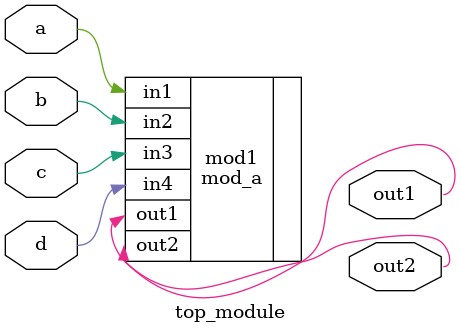
<source format=v>
module top_module ( 
    input a, 
    input b, 
    input c,
    input d,
    output out1,
    output out2
);
    
    mod_a mod1(
        .out1(out1), 
        .out2(out2), 
        .in1(a), 
        .in2(b), 
        .in3(c), 
        .in4(d)
    );

endmodule
</source>
